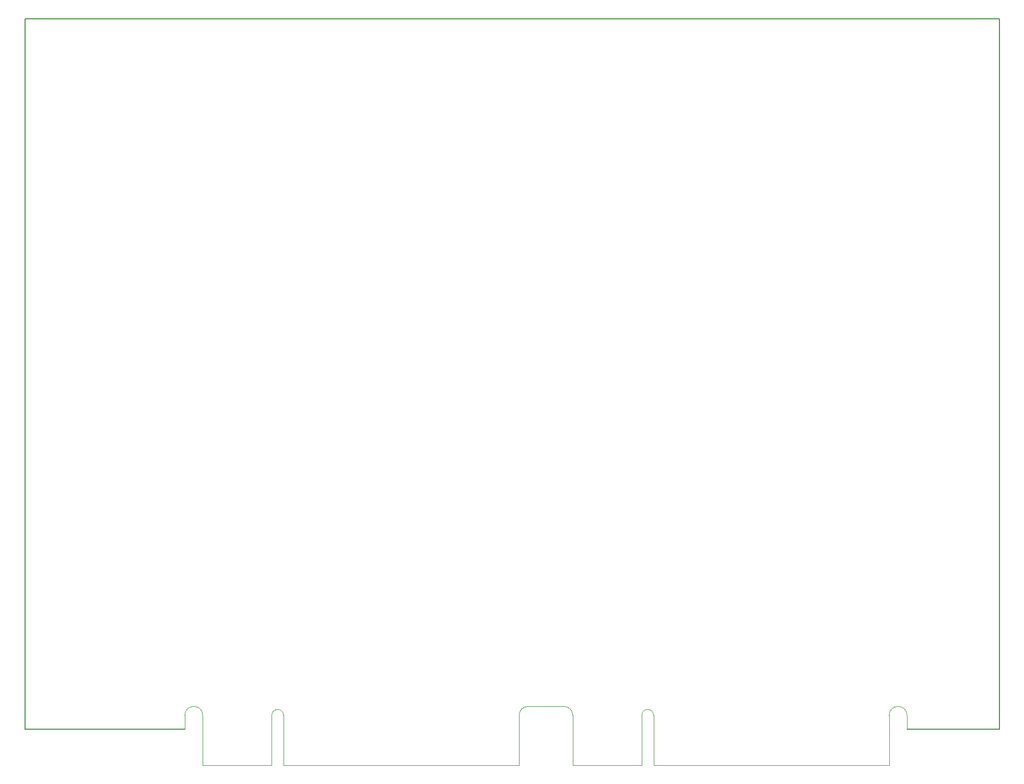
<source format=gbr>
G04 #@! TF.GenerationSoftware,KiCad,Pcbnew,(5.0.1)-4*
G04 #@! TF.CreationDate,2019-01-09T16:13:17-08:00*
G04 #@! TF.ProjectId,alu,616C752E6B696361645F706362000000,rev?*
G04 #@! TF.SameCoordinates,Original*
G04 #@! TF.FileFunction,Profile,NP*
%FSLAX46Y46*%
G04 Gerber Fmt 4.6, Leading zero omitted, Abs format (unit mm)*
G04 Created by KiCad (PCBNEW (5.0.1)-4) date 1/9/2019 4:13:17 PM*
%MOMM*%
%LPD*%
G01*
G04 APERTURE LIST*
%ADD10C,0.150000*%
G04 #@! TA.AperFunction,NonConductor*
%ADD11C,0.120000*%
G04 #@! TD*
G04 APERTURE END LIST*
D10*
X222000000Y-145200000D02*
X222000000Y-145000000D01*
X207050000Y-145200000D02*
X222000000Y-145200000D01*
X64000000Y-145200000D02*
X64000000Y-145000000D01*
X87400000Y-145200000D02*
X64000000Y-145200000D01*
X222000000Y-30000000D02*
X222000000Y-145000000D01*
X64000000Y-30000000D02*
X222000000Y-30000000D01*
X64000000Y-145000000D02*
X64000000Y-30000000D01*
X89925000Y-145200000D02*
X87400000Y-145200000D01*
D11*
G04 #@! TO.C,P1*
X105937247Y-150998230D02*
X144137247Y-150998230D01*
X89937247Y-142948230D02*
X89937247Y-145198230D01*
X105937247Y-142948230D02*
G75*
G03X104037247Y-142948230I-950000J0D01*
G01*
X204137247Y-142948230D02*
X204137247Y-150998230D01*
X207037247Y-142948230D02*
G75*
G03X204137247Y-142948230I-1450000J0D01*
G01*
X92837247Y-142948230D02*
G75*
G03X89937247Y-142948230I-1450000J0D01*
G01*
X104037247Y-150998230D02*
X92837247Y-150998230D01*
X144137247Y-142948230D02*
X144137247Y-150998230D01*
X165937247Y-142948230D02*
G75*
G03X164037247Y-142948230I-950000J0D01*
G01*
X145587247Y-141498230D02*
G75*
G03X144137247Y-142948230I0J-1450000D01*
G01*
X165937247Y-142948230D02*
X165937247Y-145198230D01*
X145587247Y-141498230D02*
X151387247Y-141498230D01*
X92837247Y-150998230D02*
X92837247Y-142948230D01*
X165937247Y-145198230D02*
X165937247Y-150998230D01*
X164037247Y-145198230D02*
X164037247Y-142948230D01*
X105937247Y-142948230D02*
X105937247Y-145198230D01*
X164037247Y-150998230D02*
X152837247Y-150998230D01*
X104037247Y-145198230D02*
X104037247Y-142948230D01*
X105937247Y-145198230D02*
X105937247Y-150998230D01*
X104037247Y-145198230D02*
X104037247Y-150998230D01*
X165937247Y-150998230D02*
X204137247Y-150998230D01*
X207037247Y-142948230D02*
X207037247Y-145198230D01*
X164037247Y-145198230D02*
X164037247Y-150998230D01*
X152837247Y-142948230D02*
G75*
G03X151387247Y-141498230I-1450000J0D01*
G01*
X152837247Y-150998230D02*
X152837247Y-142948230D01*
G04 #@! TD*
M02*

</source>
